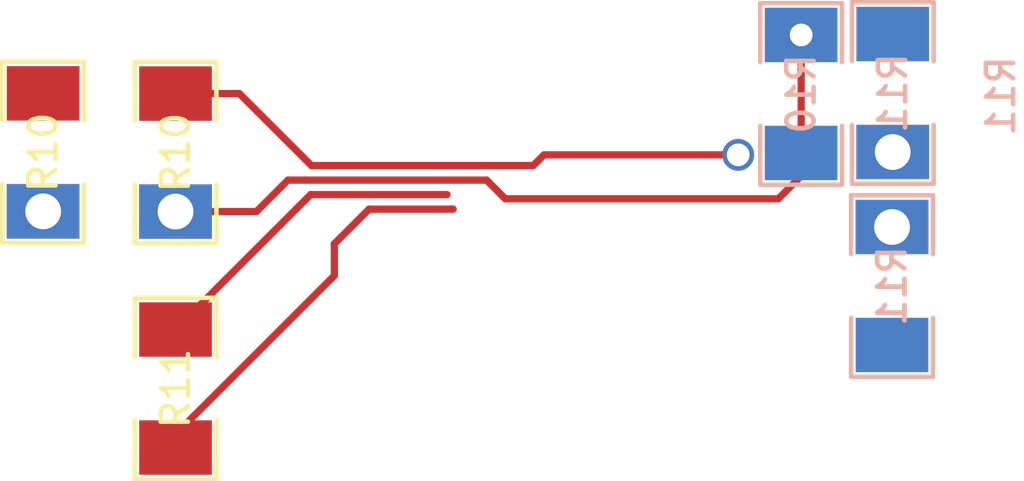
<source format=kicad_pcb>
(kicad_pcb (version 20221018) (generator pcbnew)
  (title_block (title "KiCad demo") (date "2015-10-14") (rev "1.A"))
  (layers (0 "F.Cu" signal "Composant") (1 "In1.Cu" signal "GND_layer") (2 "In2.Cu" signal "VCC_layer") (31 "B.Cu" signal "Cuivre") (34 "B.Paste" user) (35 "F.Paste" user) (36 "B.SilkS" user "B.Silkscreen") (37 "F.SilkS" user "F.Silkscreen") (38 "B.Mask" user) (39 "F.Mask" user) (44 "Edge.Cuts" user))
  (net 0 "")
  (net 1 "Net1")
  (net 2 "Net2")
  (net 3 "Net3")
  (net 4 "Net4")
  (footprint "lib_smd:SM1206" (layer "F.Cu") (at 57.26 43.686 90)
    (fp_text reference "R10" (at 0 0 270) (layer "F.SilkS") (effects (font (size 0.762 0.762) (thickness 0.127))))
    (fp_text value "1K" hide)
    (fp_line (start -2.54 -1.143) (end -2.54 1.143) (stroke (width 0.127)) (layer "F.SilkS"))
    (fp_line (start -2.54 1.143) (end -0.889 1.143) (stroke (width 0.127)) (layer "F.SilkS"))
    (fp_line (start -0.889 -1.143) (end -2.54 -1.143) (stroke (width 0.127)) (layer "F.SilkS"))
    (fp_line (start 0.889 -1.143) (end 2.54 -1.143) (stroke (width 0.127)) (layer "F.SilkS"))
    (fp_line (start 2.54 -1.143) (end 2.54 1.143) (stroke (width 0.127)) (layer "F.SilkS"))
    (fp_line (start 2.54 1.143) (end 0.889 1.143) (stroke (width 0.127)) (layer "F.SilkS"))
    (pad "1" thru_hole rect (at -1.651 0 90) (size 1.524 2.032) (drill 1) (layers "*.Cu" "*.Mask") (net 2 "Net2"))
    (pad "2" smd rect (at 1.651 0 90) (size 1.524 2.032) (layers "F.Cu" "F.Paste" "F.Mask") (net 4 "Net4"))
  )
  (footprint "lib_smd:SM1206" (layer "F.Cu") (at 57.26 50.29 -90)
    (fp_text reference "R11" (at 0 0 90) (layer "F.SilkS") (effects (font (size 0.762 0.762) (thickness 0.127))))
    (fp_text value "1K" hide)
    (fp_line (start -2.54 -1.143) (end -2.54 1.143) (stroke (width 0.127)) (layer "F.SilkS"))
    (fp_line (start -2.54 1.143) (end -0.889 1.143) (stroke (width 0.127)) (layer "F.SilkS"))
    (fp_line (start -0.889 -1.143) (end -2.54 -1.143) (stroke (width 0.127)) (layer "F.SilkS"))
    (fp_line (start 0.889 -1.143) (end 2.54 -1.143) (stroke (width 0.127)) (layer "F.SilkS"))
    (fp_line (start 2.54 -1.143) (end 2.54 1.143) (stroke (width 0.127)) (layer "F.SilkS"))
    (fp_line (start 2.54 1.143) (end 0.889 1.143) (stroke (width 0.127)) (layer "F.SilkS"))
    (pad "1" smd rect (at -1.651 0 270) (size 1.524 2.032) (layers "F.Cu" "F.Paste" "F.Mask") (net 3 "Net3"))
    (pad "2" smd rect (at 1.651 0 270) (size 1.524 2.032) (layers "F.Cu" "F.Paste" "F.Mask") (net 1 "Net1"))
  )
  (footprint "lib_smd:SM1206" (layer "F.Cu") (at 53.56 43.68 90)
    (fp_text reference "R10" (at 0 0 270) (layer "F.SilkS") (effects (font (size 0.762 0.762) (thickness 0.127))))
    (fp_text value "1K" hide)
    (fp_line (start -2.54 -1.143) (end -2.54 1.143) (stroke (width 0.127)) (layer "F.SilkS"))
    (fp_line (start -2.54 1.143) (end -0.889 1.143) (stroke (width 0.127)) (layer "F.SilkS"))
    (fp_line (start -0.889 -1.143) (end -2.54 -1.143) (stroke (width 0.127)) (layer "F.SilkS"))
    (fp_line (start 0.889 -1.143) (end 2.54 -1.143) (stroke (width 0.127)) (layer "F.SilkS"))
    (fp_line (start 2.54 -1.143) (end 2.54 1.143) (stroke (width 0.127)) (layer "F.SilkS"))
    (fp_line (start 2.54 1.143) (end 0.889 1.143) (stroke (width 0.127)) (layer "F.SilkS"))
    (pad "1" thru_hole rect (at -1.651 0 90) (size 1.524 2.032) (drill 1) (layers "*.Cu" "*.Mask") (net 2 "Net2"))
    (pad "2" smd rect (at 1.651 0 90) (size 1.524 2.032) (layers "F.Cu" "F.Paste" "F.Mask") (net 4 "Net4"))
  )
  (footprint "lib_smd:SM1206" (layer "B.Cu") (at 77.29 47.42 -90)
    (fp_text reference "R11" (at 0 0 -90) (layer "B.SilkS") (effects (font (size 0.762 0.762) (thickness 0.127)) (justify mirror)))
    (fp_text value "1K" hide)
    (fp_text user "${REFERENCE}" (at 0 0 -90) (layer "B.SilkS") (effects (font (size 0.762 0.762) (thickness 0.127)) (justify mirror)))
    (fp_line (start -2.54 -1.143) (end -0.889 -1.143) (stroke (width 0.127)) (layer "B.SilkS"))
    (fp_line (start -2.54 1.143) (end -2.54 -1.143) (stroke (width 0.127)) (layer "B.SilkS"))
    (fp_line (start -0.889 1.143) (end -2.54 1.143) (stroke (width 0.127)) (layer "B.SilkS"))
    (fp_line (start 0.889 1.143) (end 2.54 1.143) (stroke (width 0.127)) (layer "B.SilkS"))
    (fp_line (start 2.54 -1.143) (end 0.889 -1.143) (stroke (width 0.127)) (layer "B.SilkS"))
    (fp_line (start 2.54 1.143) (end 2.54 -1.143) (stroke (width 0.127)) (layer "B.SilkS"))
    (pad "1" thru_hole rect (at -1.651 0 270) (size 1.524 2.032) (drill 1) (layers "*.Cu" "*.Mask") (net 3 "Net3"))
    (pad "2" smd rect (at 1.651 0 270) (size 1.524 2.032) (layers "B.Cu" "B.Paste" "B.Mask") (net 1 "Net1"))
  )
  (footprint "lib_smd:SM1206" (layer "B.Cu") (at 74.75 42.046 -90)
    (fp_text reference "R10" (at 0 0 -270) (layer "B.SilkS") (effects (font (size 0.762 0.762) (thickness 0.127)) (justify mirror)))
    (fp_text value "1K" hide)
    (fp_line (start -2.54 -1.143) (end -0.889 -1.143) (stroke (width 0.127)) (layer "B.SilkS"))
    (fp_line (start -2.54 1.143) (end -2.54 -1.143) (stroke (width 0.127)) (layer "B.SilkS"))
    (fp_line (start -0.889 1.143) (end -2.54 1.143) (stroke (width 0.127)) (layer "B.SilkS"))
    (fp_line (start 0.889 1.143) (end 2.54 1.143) (stroke (width 0.127)) (layer "B.SilkS"))
    (fp_line (start 2.54 -1.143) (end 0.889 -1.143) (stroke (width 0.127)) (layer "B.SilkS"))
    (fp_line (start 2.54 1.143) (end 2.54 -1.143) (stroke (width 0.127)) (layer "B.SilkS"))
    (pad "1" smd rect (at -1.651 0 270) (size 1.524 2.032) (layers "B.Cu" "B.Paste" "B.Mask") (net 2 "Net2"))
    (pad "2" smd rect (at 1.651 0 270) (size 1.524 2.032) (layers "B.Cu" "B.Paste" "B.Mask") (net 4 "Net4"))
  )
  (footprint "lib_smd:SM1206" (layer "B.Cu") (at 77.31 42.02 90)
    (fp_text reference "R11" (at 0 0 -90) (layer "B.SilkS") (effects (font (size 0.762 0.762) (thickness 0.127)) (justify mirror)))
    (fp_text value "1K" hide)
    (fp_text user "${REFERENCE}" (at -0.08 3.02 -90) (layer "B.SilkS") (effects (font (size 0.762 0.762) (thickness 0.127)) (justify mirror)))
    (fp_line (start -2.54 -1.143) (end -0.889 -1.143) (stroke (width 0.127)) (layer "B.SilkS"))
    (fp_line (start -2.54 1.143) (end -2.54 -1.143) (stroke (width 0.127)) (layer "B.SilkS"))
    (fp_line (start -0.889 1.143) (end -2.54 1.143) (stroke (width 0.127)) (layer "B.SilkS"))
    (fp_line (start 0.889 1.143) (end 2.54 1.143) (stroke (width 0.127)) (layer "B.SilkS"))
    (fp_line (start 2.54 -1.143) (end 0.889 -1.143) (stroke (width 0.127)) (layer "B.SilkS"))
    (fp_line (start 2.54 1.143) (end 2.54 -1.143) (stroke (width 0.127)) (layer "B.SilkS"))
    (pad "1" thru_hole rect (at -1.651 0 90) (size 1.524 2.032) (drill 1) (layers "*.Cu" "*.Mask") (net 3 "Net3"))
    (pad "2" smd rect (at 1.651 0 90) (size 1.524 2.032) (layers "B.Cu" "B.Paste" "B.Mask") (net 1 "Net1"))
  )
  (segment (start 61.7 47.13) (end 61.7 46.24) (width 0.2032) (layer "F.Cu") (net 1))
  (segment (start 62.67077 45.26923) (end 65.01834 45.26923) (width 0.2032) (layer "F.Cu") (net 1))
  (segment (start 61.7 46.24) (end 62.67077 45.26923) (width 0.2032) (layer "F.Cu") (net 1))
  (segment (start 57.26 51.941) (end 57.26 51.57) (width 0.2032) (layer "F.Cu") (net 1))
  (segment (start 65.01834 45.26923) (end 64.87 45.26923) (width 0.2032) (layer "F.Cu") (net 1))
  (segment (start 57.26 51.57) (end 61.7 47.13) (width 0.2032) (layer "F.Cu") (net 1))
  (segment (start 65.95641 44.45641) (end 66.48 44.98) (width 0.2032) (layer "F.Cu") (net 2))
  (segment (start 74.11 44.98) (end 74.75 44.34) (width 0.2032) (layer "F.Cu") (net 2))
  (segment (start 74.75 44.34) (end 74.75 40.395) (width 0.2032) (layer "F.Cu") (net 2))
  (segment (start 66.48 44.98) (end 74.11 44.98) (width 0.2032) (layer "F.Cu") (net 2))
  (segment (start 60.40359 44.45641) (end 60.89166 44.45641) (width 0.2032) (layer "F.Cu") (net 2))
  (segment (start 59.523 45.337) (end 60.40359 44.45641) (width 0.2032) (layer "F.Cu") (net 2))
  (segment (start 57.26 45.337) (end 59.523 45.337) (width 0.2032) (layer "F.Cu") (net 2))
  (segment (start 60.89166 44.45641) (end 65.95641 44.45641) (width 0.2032) (layer "F.Cu") (net 2))
  (via (at 74.75 40.395) (size 0.889) (drill 0.635) (layers "F.Cu" "B.Cu") (net 2))
  (segment (start 57.26 48.639) (end 61.03618 44.86282) (width 0.2032) (layer "F.Cu") (net 3))
  (segment (start 61.03618 44.86282) (end 64.85 44.86282) (width 0.2032) (layer "F.Cu") (net 3))
  (segment (start 67.26 44.05) (end 67.56 43.75) (width 0.2032) (layer "F.Cu") (net 4))
  (segment (start 65.86 44.05) (end 67.26 44.05) (width 0.2032) (layer "F.Cu") (net 4))
  (segment (start 59.045 42.035) (end 61.06 44.05) (width 0.2032) (layer "F.Cu") (net 4))
  (segment (start 57.26 42.035) (end 59.045 42.035) (width 0.2032) (layer "F.Cu") (net 4))
  (segment (start 61.06 44.05) (end 65.86 44.05) (width 0.2032) (layer "F.Cu") (net 4))
  (segment (start 67.56 43.75) (end 72.99 43.75) (width 0.2032) (layer "F.Cu") (net 4))
  (via (at 72.99 43.75) (size 0.889) (drill 0.635) (layers "F.Cu" "B.Cu") (net 4))
)
</source>
